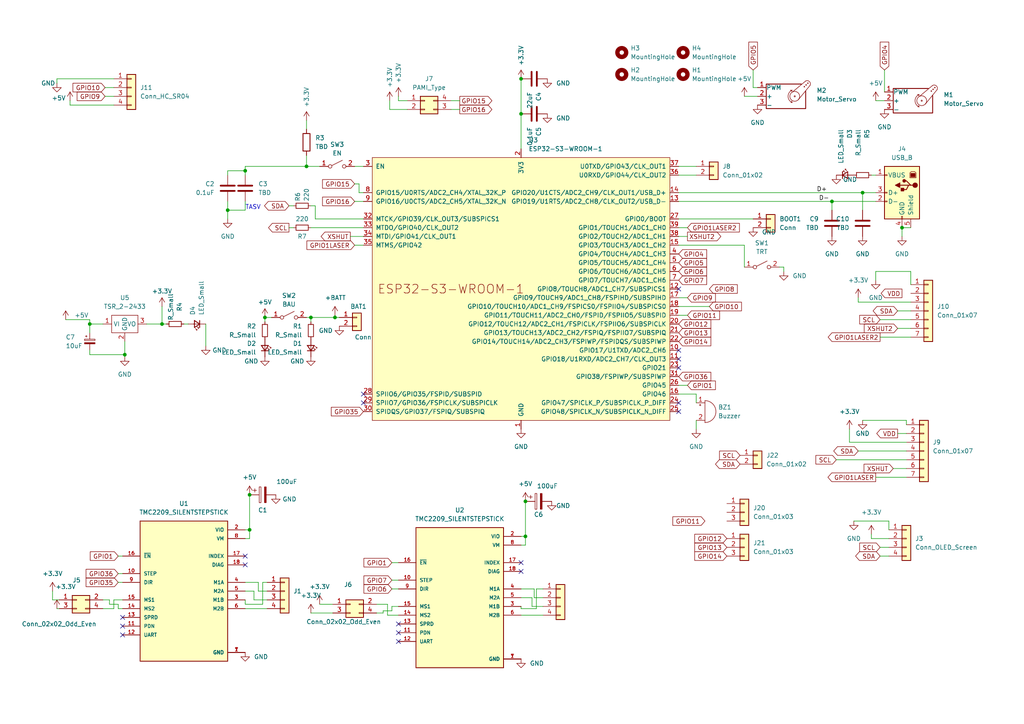
<source format=kicad_sch>
(kicad_sch (version 20231120) (generator "eeschema") (generator_version "8.0")
  (paper "A4")
  (lib_symbols
    (symbol "Connector:USB_B" (pin_names (offset 1.016))
      (property "Reference" "J" (at -5.08 11.43 0))
      (property "Value" "USB_B" (at -5.08 8.89 0))
      (symbol "USB_B_1_1"
        (pin power_out line (at 7.62 5.08 180) (length 2.54) (name "VBUS") (number "1"))
        (pin bidirectional line (at 7.62 -2.54 180) (length 2.54) (name "D-") (number "2"))
        (pin bidirectional line (at 7.62 0 180) (length 2.54) (name "D+") (number "3"))
        (pin power_out line (at 0 -10.16 90) (length 2.54) (name "GND") (number "4"))
        (pin passive line (at -2.54 -10.16 90) (length 2.54) (name "Shield") (number "5"))
      )
    )
    (symbol "Connector_Generic:Conn_01x02" (pin_names (offset 1.016) hide)
      (property "Reference" "J" (at 0 2.54 0))
      (property "Value" "Conn_01x02" (at 0 -5.08 0))
      (symbol "Conn_01x02_1_1"
        (pin passive line (at -5.08 0 0) (length 3.81) (name "Pin_1") (number "1"))
        (pin passive line (at -5.08 -2.54 0) (length 3.81) (name "Pin_2") (number "2"))
      )
    )
    (symbol "Connector_Generic:Conn_01x03" (pin_names (offset 1.016) hide)
      (property "Reference" "J" (at 0 5.08 0))
      (property "Value" "Conn_01x03" (at 0 -5.08 0))
      (symbol "Conn_01x03_1_1"
        (pin passive line (at -5.08 2.54 0) (length 3.81) (name "Pin_1") (number "1"))
        (pin passive line (at -5.08 0 0) (length 3.81) (name "Pin_2") (number "2"))
        (pin passive line (at -5.08 -2.54 0) (length 3.81) (name "Pin_3") (number "3"))
      )
    )
    (symbol "Connector_Generic:Conn_01x04" (pin_names (offset 1.016) hide)
      (property "Reference" "J" (at 0 5.08 0))
      (property "Value" "Conn_01x04" (at 0 -7.62 0))
      (symbol "Conn_01x04_1_1"
        (pin passive line (at -5.08 2.54 0) (length 3.81) (name "Pin_1") (number "1"))
        (pin passive line (at -5.08 0 0) (length 3.81) (name "Pin_2") (number "2"))
        (pin passive line (at -5.08 -2.54 0) (length 3.81) (name "Pin_3") (number "3"))
        (pin passive line (at -5.08 -5.08 0) (length 3.81) (name "Pin_4") (number "4"))
      )
    )
    (symbol "Connector_Generic:Conn_01x07" (pin_names (offset 1.016) hide)
      (property "Reference" "J" (at 0 10.16 0))
      (property "Value" "Conn_01x07" (at 0 -10.16 0))
      (symbol "Conn_01x07_1_1"
        (pin passive line (at -5.08 7.62 0) (length 3.81) (name "Pin_1") (number "1"))
        (pin passive line (at -5.08 5.08 0) (length 3.81) (name "Pin_2") (number "2"))
        (pin passive line (at -5.08 2.54 0) (length 3.81) (name "Pin_3") (number "3"))
        (pin passive line (at -5.08 0 0) (length 3.81) (name "Pin_4") (number "4"))
        (pin passive line (at -5.08 -2.54 0) (length 3.81) (name "Pin_5") (number "5"))
        (pin passive line (at -5.08 -5.08 0) (length 3.81) (name "Pin_6") (number "6"))
        (pin passive line (at -5.08 -7.62 0) (length 3.81) (name "Pin_7") (number "7"))
      )
    )
    (symbol "Connector_Generic:Conn_02x02_Counter_Clockwise" (pin_names (offset 1.016) hide)
      (property "Reference" "J" (at 1.27 2.54 0))
      (property "Value" "Conn_02x02_Counter_Clockwise" (at 1.27 -5.08 0))
      (symbol "Conn_02x02_Counter_Clockwise_1_1"
        (pin passive line (at -5.08 0 0) (length 3.81) (name "Pin_1") (number "1"))
        (pin passive line (at -5.08 -2.54 0) (length 3.81) (name "Pin_2") (number "2"))
        (pin passive line (at 7.62 -2.54 180) (length 3.81) (name "Pin_3") (number "3"))
        (pin passive line (at 7.62 0 180) (length 3.81) (name "Pin_4") (number "4"))
      )
    )
    (symbol "Connector_Generic:Conn_02x02_Odd_Even" (pin_names (offset 1.016) hide)
      (property "Reference" "J" (at 1.27 2.54 0))
      (property "Value" "Conn_02x02_Odd_Even" (at 1.27 -5.08 0))
      (symbol "Conn_02x02_Odd_Even_1_1"
        (pin passive line (at -5.08 0 0) (length 3.81) (name "Pin_1") (number "1"))
        (pin passive line (at 7.62 0 180) (length 3.81) (name "Pin_2") (number "2"))
        (pin passive line (at -5.08 -2.54 0) (length 3.81) (name "Pin_3") (number "3"))
        (pin passive line (at 7.62 -2.54 180) (length 3.81) (name "Pin_4") (number "4"))
      )
    )
    (symbol "Device:Buzzer" (pin_names (offset 0.0254) hide)
      (property "Reference" "BZ" (at 3.81 1.27 0))
      (property "Value" "Buzzer" (at 3.81 -1.27 0))
      (symbol "Buzzer_1_1"
        (pin passive line (at -2.54 2.54 0) (length 2.54) (name "+") (number "1"))
        (pin passive line (at -2.54 -2.54 0) (length 2.54) (name "-") (number "2"))
      )
    )
    (symbol "Device:C" (pin_numbers hide) (pin_names (offset 0.254))
      (property "Reference" "C" (at 0.635 2.54 0))
      (property "Value" "C" (at 0.635 -2.54 0))
      (symbol "C_1_1"
        (pin passive line (at 0 3.81 270) (length 2.794) (name "~") (number "1"))
        (pin passive line (at 0 -3.81 90) (length 2.794) (name "~") (number "2"))
      )
    )
    (symbol "Device:C_Polarized" (pin_numbers hide) (pin_names (offset 0.254))
      (property "Reference" "C" (at 0.635 2.54 0))
      (property "Value" "C_Polarized" (at 0.635 -2.54 0))
      (symbol "C_Polarized_1_1"
        (pin passive line (at 0 3.81 270) (length 2.794) (name "~") (number "1"))
        (pin passive line (at 0 -3.81 90) (length 2.794) (name "~") (number "2"))
      )
    )
    (symbol "Device:C_Polarized_Small" (pin_numbers hide) (pin_names (offset 0.254) hide)
      (property "Reference" "C" (at 0.254 1.778 0))
      (property "Value" "C_Polarized_Small" (at 0.254 -2.032 0))
      (symbol "C_Polarized_Small_1_1"
        (pin passive line (at 0 2.54 270) (length 1.8542) (name "~") (number "1"))
        (pin passive line (at 0 -2.54 90) (length 1.8542) (name "~") (number "2"))
      )
    )
    (symbol "Device:LED_Small" (pin_numbers hide) (pin_names (offset 0.254) hide)
      (property "Reference" "D" (at -1.27 3.175 0))
      (property "Value" "LED_Small" (at -4.445 -2.54 0))
      (symbol "LED_Small_1_1"
        (pin passive line (at -2.54 0 0) (length 1.778) (name "K") (number "1"))
        (pin passive line (at 2.54 0 180) (length 1.778) (name "A") (number "2"))
      )
    )
    (symbol "Device:R" (pin_numbers hide) (pin_names (offset 0))
      (property "Reference" "R3" (at 2.54 1.27 0))
      (property "Value" "TBD" (at 2.54 -1.27 0))
      (symbol "R_1_1"
        (pin passive line (at 0 3.81 270) (length 1.27) (name "~") (number "1"))
        (pin passive line (at 0 -3.81 90) (length 1.27) (name "~") (number "2"))
      )
    )
    (symbol "Device:R_Small" (pin_numbers hide) (pin_names (offset 0.254) hide)
      (property "Reference" "R5" (at -13.335 1.27 0))
      (property "Value" "R_Small" (at -13.335 -1.27 0))
      (symbol "R_Small_1_1"
        (pin passive line (at 0 2.54 270) (length 0.762) (name "~") (number "1"))
        (pin passive line (at 0 -2.54 90) (length 0.762) (name "~") (number "2"))
      )
    )
    (symbol "ESP32:ESP32-S3-WROOM-1" (pin_names (offset 1.016))
      (property "Reference" "U3" (at 2.1941 43.18 0))
      (property "Value" "ESP32-S3-WROOM-1" (at 2.1941 40.64 0))
      (symbol "ESP32-S3-WROOM-1_0_0"
        (text "ESP32-S3-WROOM-1" (at -20.32 0 0) (effects (font (size 2.54 2.54))))
        (pin power_in line (at 0 -40.64 90) (length 2.54) (name "GND") (number "1"))
        (pin bidirectional line (at 45.72 -17.78 180) (length 2.54) (name "GPIO17/U1TXD/ADC2_CH6") (number "10"))
        (pin bidirectional line (at 45.72 -20.32 180) (length 2.54) (name "GPIO18/U1RXD/ADC2_CH7/CLK_OUT3") (number "11"))
        (pin bidirectional line (at 45.72 0 180) (length 2.54) (name "GPIO8/TOUCH8/ADC1_CH7/SUBSPICS1") (number "12"))
        (pin bidirectional line (at 45.72 25.4 180) (length 2.54) (name "GPIO19/U1RTS/ADC2_CH8/CLK_OUT2/USB_D-") (number "13"))
        (pin bidirectional line (at 45.72 27.94 180) (length 2.54) (name "GPIO20/U1CTS/ADC2_CH9/CLK_OUT1/USB_D+") (number "14"))
        (pin bidirectional line (at 45.72 12.7 180) (length 2.54) (name "GPIO3/TOUCH3/ADC1_CH2") (number "15"))
        (pin bidirectional line (at 45.72 -30.48 180) (length 2.54) (name "GPIO46") (number "16"))
        (pin bidirectional line (at 45.72 -2.54 180) (length 2.54) (name "GPIO9/TOUCH9/ADC1_CH8/FSPIHD/SUBSPIHD") (number "17"))
        (pin bidirectional line (at 45.72 -5.08 180) (length 2.54) (name "GPIO10/TOUCH10/ADC1_CH9/FSPICS0/FSPIIO4/SUBSPICS0") (number "18"))
        (pin bidirectional line (at 45.72 -7.62 180) (length 2.54) (name "GPIO11/TOUCH11/ADC2_CH0/FSPID/FSPIIO5/SUBSPID") (number "19"))
        (pin power_in line (at 0 40.64 270) (length 2.54) (name "3V3") (number "2"))
        (pin bidirectional line (at 45.72 -10.16 180) (length 2.54) (name "GPIO12/TOUCH12/ADC2_CH1/FSPICLK/FSPIIO6/SUBSPICLK") (number "20"))
        (pin bidirectional line (at 45.72 -12.7 180) (length 2.54) (name "GPIO13/TOUCH13/ADC2_CH2/FSPIQ/FSPIIO7/SUBSPIQ") (number "21"))
        (pin bidirectional line (at 45.72 -15.24 180) (length 2.54) (name "GPIO14/TOUCH14/ADC2_CH3/FSPIWP/FSPIDQS/SUBSPIWP") (number "22"))
        (pin bidirectional line (at 45.72 -22.86 180) (length 2.54) (name "GPIO21") (number "23"))
        (pin bidirectional line (at 45.72 -33.02 180) (length 2.54) (name "GPIO47/SPICLK_P/SUBSPICLK_P_DIFF") (number "24"))
        (pin bidirectional line (at 45.72 -35.56 180) (length 2.54) (name "GPIO48/SPICLK_N/SUBSPICLK_N_DIFF") (number "25"))
        (pin bidirectional line (at 45.72 -27.94 180) (length 2.54) (name "GPIO45") (number "26"))
        (pin bidirectional line (at 45.72 20.32 180) (length 2.54) (name "GPIO0/BOOT") (number "27"))
        (pin bidirectional line (at -45.72 -30.48 0) (length 2.54) (name "SPIIO6/GPIO35/FSPID/SUBSPID") (number "28"))
        (pin bidirectional line (at -45.72 -33.02 0) (length 2.54) (name "SPIIO7/GPIO36/FSPICLK/SUBSPICLK") (number "29"))
        (pin input line (at -45.72 35.56 0) (length 2.54) (name "EN") (number "3"))
        (pin bidirectional line (at -45.72 -35.56 0) (length 2.54) (name "SPIDQS/GPIO37/FSPIQ/SUBSPIQ") (number "30"))
        (pin bidirectional line (at 45.72 -25.4 180) (length 2.54) (name "GPIO38/FSPIWP/SUBSPIWP") (number "31"))
        (pin bidirectional line (at -45.72 20.32 0) (length 2.54) (name "MTCK/GPIO39/CLK_OUT3/SUBSPICS1") (number "32"))
        (pin bidirectional line (at -45.72 17.78 0) (length 2.54) (name "MTDO/GPIO40/CLK_OUT2") (number "33"))
        (pin bidirectional line (at -45.72 15.24 0) (length 2.54) (name "MTDI/GPIO41/CLK_OUT1") (number "34"))
        (pin bidirectional line (at -45.72 12.7 0) (length 2.54) (name "MTMS/GPIO42") (number "35"))
        (pin bidirectional line (at 45.72 33.02 180) (length 2.54) (name "U0RXD/GPIO44/CLK_OUT2") (number "36"))
        (pin bidirectional line (at 45.72 35.56 180) (length 2.54) (name "U0TXD/GPIO43/CLK_OUT1") (number "37"))
        (pin bidirectional line (at 45.72 15.24 180) (length 2.54) (name "GPIO2/TOUCH2/ADC1_CH1") (number "38"))
        (pin bidirectional line (at 45.72 17.78 180) (length 2.54) (name "GPIO1/TOUCH1/ADC1_CH0") (number "39"))
        (pin bidirectional line (at 45.72 10.16 180) (length 2.54) (name "GPIO4/TOUCH4/ADC1_CH3") (number "4"))
        (pin passive line (at 0 -40.64 90) (length 2.54) hide (name "GND") (number "40"))
        (pin passive line (at 0 -40.64 90) (length 2.54) hide (name "GND") (number "41"))
        (pin bidirectional line (at 45.72 7.62 180) (length 2.54) (name "GPIO5/TOUCH5/ADC1_CH4") (number "5"))
        (pin bidirectional line (at 45.72 5.08 180) (length 2.54) (name "GPIO6/TOUCH6/ADC1_CH5") (number "6"))
        (pin bidirectional line (at 45.72 2.54 180) (length 2.54) (name "GPIO7/TOUCH7/ADC1_CH6") (number "7"))
        (pin bidirectional line (at -45.72 27.94 0) (length 2.54) (name "GPIO15/U0RTS/ADC2_CH4/XTAL_32K_P") (number "8"))
        (pin bidirectional line (at -45.72 25.4 0) (length 2.54) (name "GPIO16/U0CTS/ADC2_CH5/XTAL_32K_N") (number "9"))
      )
    )
    (symbol "Mechanical:MountingHole" (pin_names (offset 1.016))
      (property "Reference" "H" (at 0 5.08 0))
      (property "Value" "MountingHole" (at 0 3.175 0))
    )
    (symbol "Motor:Motor_Servo" (pin_names (offset 0.0254))
      (property "Reference" "M" (at -5.08 4.445 0))
      (property "Value" "Motor_Servo" (at -5.08 -4.064 0))
      (symbol "Motor_Servo_1_1"
        (pin passive line (at -7.62 2.54 0) (length 2.54) (name "PWM") (number "1"))
        (pin passive line (at -7.62 0 0) (length 2.54) (name "+") (number "2"))
        (pin passive line (at -7.62 -2.54 0) (length 2.54) (name "-") (number "3"))
      )
    )
    (symbol "R_Small_1" (pin_numbers hide) (pin_names (offset 0.254) hide)
      (property "Reference" "R4" (at -13.335 1.27 0))
      (property "Value" "R_Small" (at -13.335 -1.27 0))
      (symbol "R_Small_1_1_1"
        (pin passive line (at 0 2.54 270) (length 0.762) (name "~") (number "1"))
        (pin passive line (at 0 -2.54 90) (length 0.762) (name "~") (number "2"))
      )
    )
    (symbol "R_Small_2" (pin_numbers hide) (pin_names (offset 0.254) hide)
      (property "Reference" "R2" (at 2.54 1.27 0))
      (property "Value" "R_Small" (at 2.54 -1.27 0))
      (symbol "R_Small_2_1_1"
        (pin passive line (at 0 2.54 270) (length 0.762) (name "~") (number "1"))
        (pin passive line (at 0 -2.54 90) (length 0.762) (name "~") (number "2"))
      )
    )
    (symbol "R_Small_3" (pin_numbers hide) (pin_names (offset 0.254) hide)
      (property "Reference" "R1" (at 2.54 1.27 0))
      (property "Value" "R_Small" (at 2.54 -1.27 0))
      (symbol "R_Small_3_1_1"
        (pin passive line (at 0 2.54 270) (length 0.762) (name "~") (number "1"))
        (pin passive line (at 0 -2.54 90) (length 0.762) (name "~") (number "2"))
      )
    )
    (symbol "R_Small_4" (pin_numbers hide) (pin_names (offset 0.254) hide)
      (property "Reference" "R" (at 0.762 0.508 0))
      (property "Value" "R_Small" (at 0.762 -1.016 0))
      (symbol "R_Small_4_1_1"
        (pin passive line (at 0 2.54 270) (length 0.762) (name "~") (number "1"))
        (pin passive line (at 0 -2.54 90) (length 0.762) (name "~") (number "2"))
      )
    )
    (symbol "R_Small_6" (pin_numbers hide) (pin_names (offset 0.254) hide)
      (property "Reference" "R" (at 0.762 0.508 0))
      (property "Value" "R_Small" (at 0.762 -1.016 0))
      (symbol "R_Small_6_1_1"
        (pin passive line (at 0 2.54 270) (length 0.762) (name "~") (number "1"))
        (pin passive line (at 0 -2.54 90) (length 0.762) (name "~") (number "2"))
      )
    )
    (symbol "Switch:SW_SPST" (pin_names (offset 0) hide)
      (property "Reference" "SW" (at 0 3.175 0))
      (property "Value" "SW_SPST" (at 0 -2.54 0))
      (symbol "SW_SPST_1_1"
        (pin passive line (at -5.08 0 0) (length 2.54) (name "A") (number "1"))
        (pin passive line (at 5.08 0 180) (length 2.54) (name "B") (number "2"))
      )
    )
    (symbol "TMC2209:TMC2209_SILENTSTEPSTICK" (pin_names (offset 1.016))
      (property "Reference" "U" (at -12.7 22.86 0))
      (property "Value" "TMC2209_SILENTSTEPSTICK" (at -12.7 -22.86 0))
      (symbol "TMC2209_SILENTSTEPSTICK_0_0"
        (pin power_in line (at 17.78 -17.78 180) (length 5.08) (name "GND") (number "1"))
        (pin input line (at -17.78 5.08 0) (length 5.08) (name "STEP") (number "10"))
        (pin bidirectional line (at -17.78 -10.16 0) (length 5.08) (name "PDN") (number "11"))
        (pin bidirectional line (at -17.78 -12.7 0) (length 5.08) (name "UART") (number "12"))
        (pin input line (at -17.78 -7.62 0) (length 5.08) (name "SPRD") (number "13"))
        (pin input line (at -17.78 -5.08 0) (length 5.08) (name "MS2") (number "14"))
        (pin input line (at -17.78 -2.54 0) (length 5.08) (name "MS1") (number "15"))
        (pin input line (at -17.78 10.16 0) (length 5.08) (name "~{EN}") (number "16"))
        (pin output line (at 17.78 10.16 180) (length 5.08) (name "INDEX") (number "17"))
        (pin output line (at 17.78 7.62 180) (length 5.08) (name "DIAG") (number "18"))
        (pin power_in line (at 17.78 17.78 180) (length 5.08) (name "VIO") (number "2"))
        (pin output line (at 17.78 -2.54 180) (length 5.08) (name "M1B") (number "3"))
        (pin output line (at 17.78 2.54 180) (length 5.08) (name "M1A") (number "4"))
        (pin output line (at 17.78 0 180) (length 5.08) (name "M2A") (number "5"))
        (pin output line (at 17.78 -5.08 180) (length 5.08) (name "M2B") (number "6"))
        (pin power_in line (at 17.78 -17.78 180) (length 5.08) (name "GND") (number "7"))
        (pin power_in line (at 17.78 15.24 180) (length 5.08) (name "VM") (number "8"))
        (pin input line (at -17.78 2.54 0) (length 5.08) (name "DIR") (number "9"))
      )
    )
    (symbol "power:+3.3V" (power) (pin_names (offset 0))
      (property "Value" "+3.3V" (at 0 3.556 0))
      (symbol "+3.3V_1_1"
        (pin power_in line (at 0 0 90) (length 0) hide (name "+3.3V") (number "1"))
      )
    )
    (symbol "power:+5V" (power) (pin_names (offset 0))
      (property "Value" "+5V" (at 0 3.556 0))
      (symbol "+5V_1_1"
        (pin power_in line (at 0 0 90) (length 0) hide (name "+5V") (number "1"))
      )
    )
    (symbol "power:+BATT" (power) (pin_names (offset 0))
      (property "Value" "+BATT" (at 0 3.556 0))
      (symbol "+BATT_1_1"
        (pin power_in line (at 0 0 90) (length 0) hide (name "+BATT") (number "1"))
      )
    )
    (symbol "power:GND" (power) (pin_names (offset 0))
      (property "Value" "GND" (at 0 -3.81 0))
      (symbol "GND_1_1"
        (pin power_in line (at 0 0 270) (length 0) hide (name "GND") (number "1"))
      )
    )
    (symbol "traco:TSR_2-2433"
      (property "Reference" "U" (at 0 5.08 0))
      (property "Value" "TSR_2-2433" (at 0 3.81 0))
      (symbol "TSR_2-2433_1_1"
        (pin free line (at -6.35 0 0) (length 2.54) (name "VI") (number "1"))
        (pin free line (at 0 -5.08 90) (length 2.54) (name "GND") (number "2"))
        (pin free line (at 6.35 0 180) (length 2.54) (name "VO") (number "3"))
      )
    )
  )
  (junction (at 76.835 92.075))
  (junction (at 152.4 145.415))
  (junction (at 241.3 58.42))
  (junction (at 151.13 33.02))
  (junction (at 72.39 143.51))
  (junction (at 72.39 153.67))
  (junction (at 90.17 92.075))
  (junction (at 46.99 93.98))
  (junction (at 261.62 66.04))
  (junction (at 71.12 49.53))
  (junction (at 152.4 155.575))
  (junction (at 66.04 60.96))
  (junction (at 97.155 92.075))
  (junction (at 88.9 48.26))
  (junction (at 36.195 102.87))
  (junction (at 250.19 55.88))
  (junction (at 26.035 93.98))
  (junction (at 151.13 22.86))
  (no_connect (at 71.12 161.29))
  (no_connect (at 115.57 183.515))
  (no_connect (at 196.85 106.68))
  (no_connect (at 115.57 186.055))
  (no_connect (at 115.57 180.975))
  (no_connect (at 196.85 116.84))
  (no_connect (at 35.56 179.07))
  (no_connect (at 35.56 184.15))
  (no_connect (at 151.13 163.195))
  (no_connect (at 196.85 101.6))
  (no_connect (at 196.85 104.14))
  (no_connect (at 105.41 116.84))
  (no_connect (at 196.85 119.38))
  (no_connect (at 71.12 163.83))
  (no_connect (at 196.85 83.82))
  (no_connect (at 35.56 181.61))
  (no_connect (at 151.13 165.735))
  (no_connect (at 105.41 114.3))
  (wire (pts (xy 130.81 31.75) (xy 133.35 31.75)))
  (wire (pts (xy 72.39 153.67) (xy 71.12 153.67)))
  (wire (pts (xy 152.4 155.575) (xy 151.13 155.575)))
  (wire (pts (xy 98.425 92.075) (xy 97.155 92.075)))
  (wire (pts (xy 74.93 171.45) (xy 74.93 168.91)))
  (wire (pts (xy 248.92 87.63) (xy 264.16 87.63)))
  (wire (pts (xy 112.395 178.435) (xy 115.57 178.435)))
  (wire (pts (xy 113.03 29.21) (xy 113.03 31.75)))
  (wire (pts (xy 254 138.43) (xy 262.89 138.43)))
  (wire (pts (xy 246.38 128.27) (xy 262.89 128.27)))
  (wire (pts (xy 151.13 158.115) (xy 152.4 158.115)))
  (wire (pts (xy 26.035 102.87) (xy 36.195 102.87)))
  (wire (pts (xy 34.29 176.53) (xy 35.56 176.53)))
  (wire (pts (xy 66.04 58.42) (xy 66.04 60.96)))
  (wire (pts (xy 92.71 175.26) (xy 96.52 175.26)))
  (wire (pts (xy 16.51 176.53) (xy 17.145 176.53)))
  (wire (pts (xy 31.75 175.26) (xy 34.29 175.26)))
  (wire (pts (xy 154.94 173.355) (xy 154.94 170.815)))
  (wire (pts (xy 196.85 66.04) (xy 199.39 66.04)))
  (wire (pts (xy 252.73 156.21) (xy 257.81 156.21)))
  (wire (pts (xy 36.195 99.06) (xy 36.195 102.87)))
  (wire (pts (xy 71.12 60.96) (xy 66.04 60.96)))
  (wire (pts (xy 102.87 48.26) (xy 105.41 48.26)))
  (wire (pts (xy 77.47 173.99) (xy 73.66 173.99)))
  (wire (pts (xy 72.39 156.21) (xy 72.39 153.67)))
  (wire (pts (xy 33.02 176.53) (xy 33.02 173.99)))
  (wire (pts (xy 151.13 22.86) (xy 151.13 33.02)))
  (wire (pts (xy 33.02 173.99) (xy 35.56 173.99)))
  (wire (pts (xy 255.27 92.71) (xy 264.16 92.71)))
  (wire (pts (xy 34.29 168.91) (xy 35.56 168.91)))
  (wire (pts (xy 248.92 86.36) (xy 248.92 87.63)))
  (wire (pts (xy 71.12 156.21) (xy 72.39 156.21)))
  (wire (pts (xy 91.44 63.5) (xy 105.41 63.5)))
  (wire (pts (xy 113.665 168.275) (xy 115.57 168.275)))
  (wire (pts (xy 154.305 173.355) (xy 151.13 173.355)))
  (wire (pts (xy 59.69 100.33) (xy 59.69 93.98)))
  (wire (pts (xy 88.9 45.085) (xy 88.9 48.26)))
  (wire (pts (xy 15.24 173.99) (xy 17.145 173.99)))
  (wire (pts (xy 256.54 26.67) (xy 256.54 20.32)))
  (wire (pts (xy 76.2 175.26) (xy 71.12 175.26)))
  (wire (pts (xy 260.35 90.17) (xy 264.16 90.17)))
  (wire (pts (xy 252.73 156.21) (xy 252.73 154.94)))
  (wire (pts (xy 111.125 177.165) (xy 113.665 177.165)))
  (wire (pts (xy 152.4 145.415) (xy 152.4 155.575)))
  (wire (pts (xy 261.62 66.04) (xy 261.62 68.58)))
  (wire (pts (xy 77.47 168.91) (xy 76.2 168.91)))
  (wire (pts (xy 196.85 114.3) (xy 201.93 114.3)))
  (wire (pts (xy 26.035 93.98) (xy 26.035 96.52)))
  (wire (pts (xy 46.99 93.98) (xy 48.26 93.98)))
  (wire (pts (xy 112.395 175.26) (xy 112.395 178.435)))
  (wire (pts (xy 255.27 158.75) (xy 257.81 158.75)))
  (wire (pts (xy 151.13 178.435) (xy 157.48 178.435)))
  (wire (pts (xy 102.87 58.42) (xy 105.41 58.42)))
  (wire (pts (xy 73.66 173.99) (xy 73.66 171.45)))
  (wire (pts (xy 20.32 30.48) (xy 20.32 29.21)))
  (wire (pts (xy 151.13 33.02) (xy 151.13 43.18)))
  (wire (pts (xy 111.125 177.8) (xy 111.125 177.165)))
  (wire (pts (xy 157.48 175.895) (xy 154.305 175.895)))
  (wire (pts (xy 154.94 170.815) (xy 151.13 170.815)))
  (wire (pts (xy 34.29 166.37) (xy 35.56 166.37)))
  (wire (pts (xy 264.16 78.74) (xy 264.16 82.55)))
  (wire (pts (xy 90.17 177.8) (xy 96.52 177.8)))
  (wire (pts (xy 227.33 78.74) (xy 227.33 77.47)))
  (wire (pts (xy 241.3 58.42) (xy 241.3 60.96)))
  (wire (pts (xy 104.14 55.88) (xy 105.41 55.88)))
  (wire (pts (xy 250.19 55.88) (xy 250.19 60.96)))
  (wire (pts (xy 115.57 29.21) (xy 115.57 27.94)))
  (wire (pts (xy 154.305 175.895) (xy 154.305 173.355)))
  (wire (pts (xy 78.74 92.075) (xy 76.835 92.075)))
  (wire (pts (xy 250.19 55.88) (xy 254 55.88)))
  (wire (pts (xy 101.6 68.58) (xy 105.41 68.58)))
  (wire (pts (xy 113.665 163.195) (xy 115.57 163.195)))
  (wire (pts (xy 16.51 24.13) (xy 16.51 22.86)))
  (wire (pts (xy 196.85 86.36) (xy 199.39 86.36)))
  (wire (pts (xy 254 29.21) (xy 256.54 29.21)))
  (wire (pts (xy 218.44 20.32) (xy 218.44 25.4)))
  (wire (pts (xy 97.155 92.075) (xy 90.17 92.075)))
  (wire (pts (xy 71.12 58.42) (xy 71.12 60.96)))
  (wire (pts (xy 196.85 58.42) (xy 241.3 58.42)))
  (wire (pts (xy 15.24 171.45) (xy 15.24 173.99)))
  (wire (pts (xy 34.29 175.26) (xy 34.29 176.53)))
  (wire (pts (xy 16.51 22.86) (xy 33.02 22.86)))
  (wire (pts (xy 88.9 48.26) (xy 92.71 48.26)))
  (wire (pts (xy 76.2 168.91) (xy 76.2 175.26)))
  (wire (pts (xy 71.12 176.53) (xy 77.47 176.53)))
  (wire (pts (xy 118.11 29.21) (xy 115.57 29.21)))
  (wire (pts (xy 31.75 173.99) (xy 31.75 175.26)))
  (wire (pts (xy 104.14 55.88) (xy 104.14 53.34)))
  (wire (pts (xy 157.48 173.355) (xy 154.94 173.355)))
  (wire (pts (xy 71.12 49.53) (xy 66.04 49.53)))
  (wire (pts (xy 30.48 25.4) (xy 33.02 25.4)))
  (wire (pts (xy 262.89 123.19) (xy 262.89 121.92)))
  (wire (pts (xy 90.17 92.075) (xy 90.17 93.345)))
  (wire (pts (xy 71.12 171.45) (xy 73.66 171.45)))
  (wire (pts (xy 242.57 133.35) (xy 262.89 133.35)))
  (wire (pts (xy 104.14 53.34) (xy 102.87 53.34)))
  (wire (pts (xy 196.85 48.26) (xy 201.93 48.26)))
  (wire (pts (xy 46.99 88.9) (xy 46.99 93.98)))
  (wire (pts (xy 102.87 71.12) (xy 105.41 71.12)))
  (wire (pts (xy 26.035 93.98) (xy 29.845 93.98)))
  (wire (pts (xy 77.47 171.45) (xy 74.93 171.45)))
  (wire (pts (xy 226.06 77.47) (xy 227.33 77.47)))
  (wire (pts (xy 83.82 59.69) (xy 85.09 59.69)))
  (wire (pts (xy 255.27 161.29) (xy 257.81 161.29)))
  (wire (pts (xy 113.665 177.165) (xy 113.665 175.895)))
  (wire (pts (xy 113.665 170.815) (xy 115.57 170.815)))
  (wire (pts (xy 157.48 170.815) (xy 155.575 170.815)))
  (wire (pts (xy 90.17 66.04) (xy 105.41 66.04)))
  (wire (pts (xy 71.12 168.91) (xy 74.93 168.91)))
  (wire (pts (xy 257.81 151.13) (xy 257.81 153.67)))
  (wire (pts (xy 255.27 97.79) (xy 264.16 97.79)))
  (wire (pts (xy 259.08 135.89) (xy 262.89 135.89)))
  (wire (pts (xy 42.545 93.98) (xy 46.99 93.98)))
  (wire (pts (xy 113.665 175.895) (xy 115.57 175.895)))
  (wire (pts (xy 201.93 121.92) (xy 201.93 124.46)))
  (wire (pts (xy 90.17 92.075) (xy 88.9 92.075)))
  (wire (pts (xy 201.93 114.3) (xy 201.93 116.84)))
  (wire (pts (xy 71.12 50.8) (xy 71.12 49.53)))
  (wire (pts (xy 109.22 177.8) (xy 111.125 177.8)))
  (wire (pts (xy 215.9 27.94) (xy 219.71 27.94)))
  (wire (pts (xy 88.9 34.925) (xy 88.9 37.465)))
  (wire (pts (xy 83.82 66.04) (xy 85.09 66.04)))
  (wire (pts (xy 155.575 176.53) (xy 151.13 176.53)))
  (wire (pts (xy 33.02 30.48) (xy 20.32 30.48)))
  (wire (pts (xy 97.155 91.44) (xy 97.155 92.075)))
  (wire (pts (xy 196.85 71.12) (xy 215.9 71.12)))
  (wire (pts (xy 36.195 103.505) (xy 36.195 102.87)))
  (wire (pts (xy 34.29 161.29) (xy 35.56 161.29)))
  (wire (pts (xy 72.39 143.51) (xy 72.39 153.67)))
  (wire (pts (xy 254 78.74) (xy 264.16 78.74)))
  (wire (pts (xy 196.85 111.76) (xy 199.39 111.76)))
  (wire (pts (xy 252.73 50.8) (xy 254 50.8)))
  (wire (pts (xy 247.65 151.13) (xy 257.81 151.13)))
  (wire (pts (xy 133.35 29.21) (xy 130.81 29.21)))
  (wire (pts (xy 30.48 27.94) (xy 33.02 27.94)))
  (wire (pts (xy 109.22 175.26) (xy 112.395 175.26)))
  (wire (pts (xy 151.13 176.53) (xy 151.13 175.895)))
  (wire (pts (xy 26.035 92.71) (xy 26.035 93.98)))
  (wire (pts (xy 219.71 25.4) (xy 218.44 25.4)))
  (wire (pts (xy 260.35 95.25) (xy 264.16 95.25)))
  (wire (pts (xy 248.92 130.81) (xy 262.89 130.81)))
  (wire (pts (xy 260.35 125.73) (xy 262.89 125.73)))
  (wire (pts (xy 196.85 68.58) (xy 199.39 68.58)))
  (wire (pts (xy 26.035 101.6) (xy 26.035 102.87)))
  (wire (pts (xy 91.44 63.5) (xy 91.44 59.69)))
  (wire (pts (xy 196.85 50.8) (xy 201.93 50.8)))
  (wire (pts (xy 19.05 92.71) (xy 26.035 92.71)))
  (wire (pts (xy 71.12 175.26) (xy 71.12 173.99)))
  (wire (pts (xy 196.85 91.44) (xy 199.39 91.44)))
  (wire (pts (xy 152.4 158.115) (xy 152.4 155.575)))
  (wire (pts (xy 246.38 128.27) (xy 246.38 124.46)))
  (wire (pts (xy 88.9 48.26) (xy 71.12 48.26)))
  (wire (pts (xy 29.845 173.99) (xy 31.75 173.99)))
  (wire (pts (xy 241.3 58.42) (xy 254 58.42)))
  (wire (pts (xy 215.9 71.12) (xy 215.9 77.47)))
  (wire (pts (xy 76.835 93.345) (xy 76.835 92.075)))
  (wire (pts (xy 196.85 63.5) (xy 218.44 63.5)))
  (wire (pts (xy 29.845 176.53) (xy 33.02 176.53)))
  (wire (pts (xy 91.44 59.69) (xy 90.17 59.69)))
  (wire (pts (xy 254 78.74) (xy 254 81.28)))
  (wire (pts (xy 155.575 170.815) (xy 155.575 176.53)))
  (wire (pts (xy 66.04 49.53) (xy 66.04 50.8)))
  (wire (pts (xy 66.04 63.5) (xy 66.04 60.96)))
  (wire (pts (xy 71.12 48.26) (xy 71.12 49.53)))
  (wire (pts (xy 113.03 31.75) (xy 118.11 31.75)))
  (wire (pts (xy 53.34 93.98) (xy 54.61 93.98)))
  (wire (pts (xy 196.85 88.9) (xy 205.74 88.9)))
  (wire (pts (xy 196.85 55.88) (xy 250.19 55.88)))
  (wire (pts (xy 261.62 66.04) (xy 264.16 66.04)))
  (wire (pts (xy 262.89 121.92) (xy 250.19 121.92)))
  (text "TASV" (at 71.12 60.96 0) (effects (font (size 1.27 1.27)) (justify left bottom)))
  (label "D-" (at 237.49 58.42 0))
  (label "D+" (at 236.855 55.88 0))
  (global_label "GPIO11" (shape input) (at 204.47 151.13 180) (property "Intersheetrefs" "${INTERSHEET_REFS}" (effects (hide yes))))
  (global_label "GPIO35" (shape input) (at 34.29 168.91 180) (property "Intersheetrefs" "${INTERSHEET_REFS}" (effects (hide yes))))
  (global_label "GPIO36" (shape input) (at 34.29 166.37 180) (property "Intersheetrefs" "${INTERSHEET_REFS}" (effects (hide yes))))
  (global_label "SCL" (shape input) (at 214.63 132.08 180) (property "Intersheetrefs" "${INTERSHEET_REFS}" (effects (hide yes))))
  (global_label "GPIO5" (shape input) (at 218.44 20.32 90) (property "Intersheetrefs" "${INTERSHEET_REFS}" (effects (hide yes))))
  (global_label "GPIO1" (shape input) (at 113.665 163.195 180) (property "Intersheetrefs" "${INTERSHEET_REFS}" (effects (hide yes))))
  (global_label "XSHUT" (shape output) (at 101.6 68.58 180) (property "Intersheetrefs" "${INTERSHEET_REFS}" (effects (hide yes))))
  (global_label "SDA" (shape bidirectional) (at 255.27 161.29 180) (property "Intersheetrefs" "${INTERSHEET_REFS}" (effects (hide yes))))
  (global_label "GPIO6" (shape input) (at 113.665 170.815 180) (property "Intersheetrefs" "${INTERSHEET_REFS}" (effects (hide yes))))
  (global_label "SDA" (shape bidirectional) (at 214.63 134.62 180) (property "Intersheetrefs" "${INTERSHEET_REFS}" (effects (hide yes))))
  (global_label "GPIO14" (shape input) (at 210.82 161.29 180) (property "Intersheetrefs" "${INTERSHEET_REFS}" (effects (hide yes))))
  (global_label "GPIO4" (shape input) (at 256.54 20.32 90) (property "Intersheetrefs" "${INTERSHEET_REFS}" (effects (hide yes))))
  (global_label "VDD" (shape output) (at 261.62 85.09 180) (property "Intersheetrefs" "${INTERSHEET_REFS}" (effects (hide yes))))
  (global_label "XSHUT2" (shape input) (at 260.35 95.25 180) (property "Intersheetrefs" "${INTERSHEET_REFS}" (effects (hide yes))))
  (global_label "GPIO9" (shape input) (at 199.39 86.36 0) (property "Intersheetrefs" "${INTERSHEET_REFS}" (effects (hide yes))))
  (global_label "GPIO11" (shape input) (at 199.39 91.44 0) (property "Intersheetrefs" "${INTERSHEET_REFS}" (effects (hide yes))))
  (global_label "GPIO12" (shape input) (at 210.82 156.21 180) (property "Intersheetrefs" "${INTERSHEET_REFS}" (effects (hide yes))))
  (global_label "GPIO35" (shape input) (at 105.41 119.38 180) (property "Intersheetrefs" "${INTERSHEET_REFS}" (effects (hide yes))))
  (global_label "GPIO1LASER2" (shape output) (at 255.27 97.79 180) (property "Intersheetrefs" "${INTERSHEET_REFS}" (effects (hide yes))))
  (global_label "GPIO9" (shape input) (at 30.48 27.94 180) (property "Intersheetrefs" "${INTERSHEET_REFS}" (effects (hide yes))))
  (global_label "GPIO36" (shape input) (at 196.85 109.22 0) (property "Intersheetrefs" "${INTERSHEET_REFS}" (effects (hide yes))))
  (global_label "GPIO5" (shape input) (at 196.85 76.2 0) (property "Intersheetrefs" "${INTERSHEET_REFS}" (effects (hide yes))))
  (global_label "SDA" (shape bidirectional) (at 260.35 90.17 180) (property "Intersheetrefs" "${INTERSHEET_REFS}" (effects (hide yes))))
  (global_label "GPIO4" (shape input) (at 196.85 73.66 0) (property "Intersheetrefs" "${INTERSHEET_REFS}" (effects (hide yes))))
  (global_label "GPIO10" (shape input) (at 205.74 88.9 0) (property "Intersheetrefs" "${INTERSHEET_REFS}" (effects (hide yes))))
  (global_label "XSHUT2" (shape output) (at 199.39 68.58 0) (property "Intersheetrefs" "${INTERSHEET_REFS}" (effects (hide yes))))
  (global_label "SDA" (shape bidirectional) (at 83.82 59.69 180) (property "Intersheetrefs" "${INTERSHEET_REFS}" (effects (hide yes))))
  (global_label "SDA" (shape bidirectional) (at 248.92 130.81 180) (property "Intersheetrefs" "${INTERSHEET_REFS}" (effects (hide yes))))
  (global_label "GPIO16" (shape output) (at 133.35 31.75 0) (property "Intersheetrefs" "${INTERSHEET_REFS}" (effects (hide yes))))
  (global_label "GPIO10" (shape input) (at 30.48 25.4 180) (property "Intersheetrefs" "${INTERSHEET_REFS}" (effects (hide yes))))
  (global_label "GPIO1LASER" (shape output) (at 254 138.43 180) (property "Intersheetrefs" "${INTERSHEET_REFS}" (effects (hide yes))))
  (global_label "GPIO8" (shape input) (at 205.74 83.82 0) (property "Intersheetrefs" "${INTERSHEET_REFS}" (effects (hide yes))))
  (global_label "GPIO13" (shape input) (at 196.85 96.52 0) (property "Intersheetrefs" "${INTERSHEET_REFS}" (effects (hide yes))))
  (global_label "VDD" (shape output) (at 260.35 125.73 180) (property "Intersheetrefs" "${INTERSHEET_REFS}" (effects (hide yes))))
  (global_label "SCL" (shape output) (at 83.82 66.04 180) (property "Intersheetrefs" "${INTERSHEET_REFS}" (effects (hide yes))))
  (global_label "GPIO14" (shape input) (at 196.85 99.06 0) (property "Intersheetrefs" "${INTERSHEET_REFS}" (effects (hide yes))))
  (global_label "GPIO6" (shape input) (at 196.85 78.74 0) (property "Intersheetrefs" "${INTERSHEET_REFS}" (effects (hide yes))))
  (global_label "GPIO7" (shape input) (at 196.85 81.28 0) (property "Intersheetrefs" "${INTERSHEET_REFS}" (effects (hide yes))))
  (global_label "XSHUT" (shape input) (at 259.08 135.89 180) (property "Intersheetrefs" "${INTERSHEET_REFS}" (effects (hide yes))))
  (global_label "SCL" (shape input) (at 255.27 158.75 180) (property "Intersheetrefs" "${INTERSHEET_REFS}" (effects (hide yes))))
  (global_label "GPIO13" (shape input) (at 210.82 158.75 180) (property "Intersheetrefs" "${INTERSHEET_REFS}" (effects (hide yes))))
  (global_label "GPIO1LASER" (shape input) (at 102.87 71.12 180) (property "Intersheetrefs" "${INTERSHEET_REFS}" (effects (hide yes))))
  (global_label "SCL" (shape input) (at 255.27 92.71 180) (property "Intersheetrefs" "${INTERSHEET_REFS}" (effects (hide yes))))
  (global_label "GPIO16" (shape input) (at 102.87 58.42 180) (property "Intersheetrefs" "${INTERSHEET_REFS}" (effects (hide yes))))
  (global_label "GPIO1" (shape input) (at 34.29 161.29 180) (property "Intersheetrefs" "${INTERSHEET_REFS}" (effects (hide yes))))
  (global_label "GPIO1" (shape input) (at 199.39 111.76 0) (property "Intersheetrefs" "${INTERSHEET_REFS}" (effects (hide yes))))
  (global_label "GPIO15" (shape output) (at 133.35 29.21 0) (property "Intersheetrefs" "${INTERSHEET_REFS}" (effects (hide yes))))
  (global_label "SCL" (shape input) (at 242.57 133.35 180) (property "Intersheetrefs" "${INTERSHEET_REFS}" (effects (hide yes))))
  (global_label "GPIO7" (shape input) (at 113.665 168.275 180) (property "Intersheetrefs" "${INTERSHEET_REFS}" (effects (hide yes))))
  (global_label "GPIO1LASER2" (shape input) (at 199.39 66.04 0) (property "Intersheetrefs" "${INTERSHEET_REFS}" (effects (hide yes))))
  (global_label "GPIO15" (shape input) (at 102.87 53.34 180) (property "Intersheetrefs" "${INTERSHEET_REFS}" (effects (hide yes))))
  (global_label "GPIO12" (shape input) (at 196.85 93.98 0) (property "Intersheetrefs" "${INTERSHEET_REFS}" (effects (hide yes))))
  (symbol (lib_id "power:GND") (at 90.17 103.505 0) (unit 1)
    (property "Reference" "#PWR05" (effects (hide yes)))
    (property "Value" "GND" (at 88.265 104.775 0) (effects (justify right)))
  )
  (symbol (lib_id "power:+5V") (at 20.32 29.21 0) (mirror y) (unit 1)
    (property "Reference" "#PWR046" (effects (hide yes)))
    (property "Value" "+5V" (at 14.986 28.448 0) (effects (justify right)))
  )
  (symbol (lib_id "power:+BATT") (at 97.155 91.44 0) (unit 1)
    (property "Reference" "#PWR04" (effects (hide yes)))
    (property "Value" "+BATT" (at 100.33 86.36 0) (effects (justify right)))
  )
  (symbol (lib_id "Mechanical:MountingHole") (at 198.12 21.59 0) (unit 1)
    (property "Reference" "H1" (at 200.66 20.32 0) (effects (justify left)))
    (property "Value" "MountingHole" (at 200.66 22.86 0) (effects (justify left)))
    (property "Footprint" "MountingHole:MountingHole_3.2mm_M3" (effects (hide yes)))
  )
  (symbol (lib_id "Device:C_Polarized_Small") (at 26.035 99.06 0) (unit 1)
    (property "Reference" "C7" (at 19.05 97.79 0) (effects (justify left)))
    (property "Value" "10uF" (at 19.05 100.33 0) (effects (justify left)))
    (property "Footprint" "Capacitor_THT:CP_Radial_D5.0mm_P2.50mm" (effects (hide yes)))
  )
  (symbol (lib_id "ESP32:ESP32-S3-WROOM-1") (at 151.13 83.82 0) (unit 1)
    (property "Reference" "U3" (at 153.3241 40.64 0) (effects (justify left)))
    (property "Value" "ESP32-S3-WROOM-1" (at 153.3241 43.18 0) (effects (justify left)))
    (property "Footprint" "ESP:ESP32-S3-WROOM-1U" (effects (hide yes)))
    (property "Datasheet" "https://www.espressif.com/sites/default/files/documentation/esp32-s3-wroom-1_wroom-1u_datasheet_en.pdf" (effects (hide yes)))
  )
  (symbol (lib_id "Motor:Motor_Servo") (at 264.16 29.21 0) (unit 1)
    (property "Reference" "M1" (at 273.685 27.5066 0) (effects (justify left)))
    (property "Value" "Motor_Servo" (at 273.685 30.0466 0) (effects (justify left)))
    (property "Footprint" "Connector_PinHeader_2.54mm:PinHeader_1x03_P2.54mm_Vertical" (effects (hide yes)))
    (property "Datasheet" "http://forums.parallax.com/uploads/attachments/46831/74481.png" (effects (hide yes)))
  )
  (symbol (lib_id "Device:C_Polarized") (at 76.2 143.51 90) (mirror x) (unit 1)
    (property "Reference" "C1" (at 76.2 147.955 90))
    (property "Value" "100uF" (at 83.185 139.7 90))
    (property "Footprint" "Capacitor_THT:CP_Radial_D10.0mm_P3.50mm" (effects (hide yes)))
  )
  (symbol (lib_id "Connector_Generic:Conn_02x02_Odd_Even") (at 101.6 175.26 0) (unit 1)
    (property "Reference" "J6" (at 100.965 169.545 0))
    (property "Value" "Conn_02x02_Odd_Even" (at 99.695 180.34 0))
    (property "Footprint" "Connector_PinHeader_2.54mm:PinHeader_2x02_P2.54mm_Vertical" (effects (hide yes)))
  )
  (symbol (lib_id "power:GND") (at 80.01 143.51 0) (mirror y) (unit 1)
    (property "Reference" "#PWR012" (effects (hide yes)))
    (property "Value" "GND" (at 81.915 144.78 0) (effects (justify right)))
  )
  (symbol (lib_id "Switch:SW_SPST") (at 220.98 77.47 0) (unit 1)
    (property "Reference" "SW1" (at 220.98 70.485 0))
    (property "Value" "TRT" (at 220.98 73.025 0))
    (property "Footprint" "Connector_Molex:Molex_KK-254_AE-6410-02A_1x02_P2.54mm_Vertical" (effects (hide yes)))
  )
  (symbol (lib_id "power:GND") (at 241.3 68.58 0) (mirror y) (unit 1)
    (property "Reference" "#PWR031" (effects (hide yes)))
    (property "Value" "GND" (at 241.3 73.66 0))
  )
  (symbol (lib_id "Device:LED_Small") (at 90.17 100.965 270) (mirror x) (unit 1)
    (property "Reference" "D1" (at 87.63 99.6315 90) (effects (justify right)))
    (property "Value" "LED_Small" (at 87.63 102.1715 90) (effects (justify right)))
    (property "Footprint" "LED_SMD:LED_1206_3216Metric_Pad1.42x1.75mm_HandSolder" (effects (hide yes)))
  )
  (symbol (lib_id "power:GND") (at 242.57 50.8 0) (mirror y) (unit 1)
    (property "Reference" "#PWR033" (effects (hide yes)))
    (property "Value" "GND" (at 244.475 52.07 0) (effects (justify right)))
  )
  (symbol (lib_id "Connector_Generic:Conn_01x04") (at 262.89 156.21 0) (unit 1)
    (property "Reference" "J3" (at 265.43 156.21 0) (effects (justify left)))
    (property "Value" "Conn_OLED_Screen" (at 265.43 158.75 0) (effects (justify left)))
    (property "Footprint" "Connector_PinHeader_2.54mm:PinHeader_1x04_P2.54mm_Vertical" (effects (hide yes)))
  )
  (symbol (lib_id "power:+3.3V") (at 246.38 124.46 0) (unit 1)
    (property "Reference" "#PWR041" (effects (hide yes)))
    (property "Value" "+3.3V" (at 246.38 119.38 0))
  )
  (symbol (lib_id "power:GND") (at 218.44 66.04 0) (mirror y) (unit 1)
    (property "Reference" "#PWR029" (effects (hide yes)))
    (property "Value" "GND" (at 220.98 67.31 0) (effects (justify right)))
  )
  (symbol (lib_id "power:+3.3V") (at 115.57 27.94 0) (unit 1)
    (property "Reference" "#PWR016" (effects (hide yes)))
    (property "Value" "+3.3V" (at 115.57 24.13 90) (effects (justify left)))
  )
  (symbol (lib_id "Connector_Generic:Conn_01x02") (at 219.71 132.08 0) (unit 1)
    (property "Reference" "J22" (at 222.25 132.08 0) (effects (justify left)))
    (property "Value" "Conn_01x02" (at 222.25 134.62 0) (effects (justify left)))
    (property "Footprint" "Connector_PinHeader_2.54mm:PinHeader_1x02_P2.54mm_Vertical" (effects (hide yes)))
  )
  (symbol (lib_id "power:+5V") (at 19.05 92.71 0) (mirror y) (unit 1)
    (property "Reference" "#PWR028" (effects (hide yes)))
    (property "Value" "+5V" (at 21.59 91.44 0) (effects (justify right)))
  )
  (symbol (lib_id "Connector_Generic:Conn_01x04") (at 82.55 171.45 0) (unit 1)
    (property "Reference" "J1" (at 85.09 171.45 0) (effects (justify left)))
    (property "Value" "Conn_01x04" (effects (hide yes)))
    (property "Footprint" "Connector_Molex:Molex_KK-254_AE-6410-04A_1x04_P2.54mm_Vertical" (effects (hide yes)))
  )
  (symbol (lib_id "Connector_Generic:Conn_01x02") (at 223.52 63.5 0) (unit 1)
    (property "Reference" "BOOT1" (at 226.06 63.5 0) (effects (justify left)))
    (property "Value" "Conn" (at 226.06 66.04 0) (effects (justify left)))
    (property "Footprint" "Connector_PinHeader_2.54mm:PinHeader_1x02_P2.54mm_Vertical" (effects (hide yes)))
  )
  (symbol (lib_id "power:+5V") (at 152.4 145.415 0) (unit 1)
    (property "Reference" "#PWR020" (effects (hide yes)))
    (property "Value" "+5V" (at 152.4 140.335 0))
  )
  (symbol (lib_id "Connector_Generic:Conn_01x02") (at 207.01 48.26 0) (unit 1)
    (property "Reference" "J8" (at 209.55 48.26 0) (effects (justify left)))
    (property "Value" "Conn_01x02" (at 209.55 50.8 0) (effects (justify left)))
    (property "Footprint" "Connector_PinHeader_2.54mm:PinHeader_2x01_P2.54mm_Vertical" (effects (hide yes)))
  )
  (symbol (lib_name "R_Small_6") (lib_id "Device:R_Small") (at 87.63 66.04 90) (unit 1)
    (property "Reference" "R7" (at 87.63 68.58 90))
    (property "Value" "220" (at 87.63 63.5 90))
    (property "Footprint" "Resistor_SMD:R_0805_2012Metric_Pad1.20x1.40mm_HandSolder" (effects (hide yes)))
  )
  (symbol (lib_id "power:GND") (at 261.62 68.58 0) (mirror y) (unit 1)
    (property "Reference" "#PWR036" (effects (hide yes)))
    (property "Value" "GND" (at 261.62 73.66 0))
  )
  (symbol (lib_id "power:GND") (at 66.04 63.5 0) (unit 1)
    (property "Reference" "#PWR013" (effects (hide yes)))
    (property "Value" "GND" (at 66.04 68.58 0))
  )
  (symbol (lib_id "power:GND") (at 59.69 100.33 0) (mirror y) (unit 1)
    (property "Reference" "#PWR035" (effects (hide yes)))
    (property "Value" "GND" (at 61.595 101.6 0) (effects (justify right)))
  )
  (symbol (lib_id "Device:C") (at 154.94 33.02 270) (mirror x) (unit 1)
    (property "Reference" "C5" (at 156.21 36.83 0) (effects (justify right)))
    (property "Value" "0.1uF" (at 153.67 36.83 0) (effects (justify right)))
    (property "Footprint" "Capacitor_SMD:C_1206_3216Metric_Pad1.33x1.80mm_HandSolder" (effects (hide yes)))
  )
  (symbol (lib_id "power:+3.3V") (at 248.92 86.36 0) (unit 1)
    (property "Reference" "#PWR042" (effects (hide yes)))
    (property "Value" "+3.3V" (at 248.92 81.28 0))
  )
  (symbol (lib_id "power:GND") (at 158.75 33.02 0) (unit 1)
    (property "Reference" "#PWR022" (effects (hide yes)))
    (property "Value" "GND" (at 161.29 34.29 0) (effects (justify left)))
  )
  (symbol (lib_id "Connector:USB_B") (at 261.62 55.88 0) (mirror y) (unit 1)
    (property "Reference" "J4" (at 261.62 43.18 0))
    (property "Value" "USB_B" (at 261.62 45.72 0))
    (property "Footprint" "Connector_USB:USB_B_Lumberg_2411_02_Horizontal" (effects (hide yes)))
    (property "Datasheet" " ~" (effects (hide yes)))
  )
  (symbol (lib_id "power:GND") (at 36.195 103.505 0) (mirror y) (unit 1)
    (property "Reference" "#PWR030" (effects (hide yes)))
    (property "Value" "GND" (at 36.195 108.585 0))
  )
  (symbol (lib_id "Device:C") (at 250.19 64.77 0) (mirror x) (unit 1)
    (property "Reference" "C10" (at 246.38 63.5 0) (effects (justify right)))
    (property "Value" "TBD" (at 246.38 66.04 0) (effects (justify right)))
    (property "Footprint" "Capacitor_SMD:C_1206_3216Metric_Pad1.33x1.80mm_HandSolder" (effects (hide yes)))
  )
  (symbol (lib_id "Connector_Generic:Conn_02x02_Odd_Even") (at 22.225 173.99 0) (unit 1)
    (property "Reference" "J5" (at 22.225 168.275 0))
    (property "Value" "Conn_02x02_Odd_Even" (at 17.145 180.975 0))
    (property "Footprint" "Connector_PinHeader_2.54mm:PinHeader_2x02_P2.54mm_Vertical" (effects (hide yes)))
  )
  (symbol (lib_id "power:GND") (at 16.51 24.13 0) (unit 1)
    (property "Reference" "#PWR048" (effects (hide yes)))
    (property "Value" "GND" (at 13.97 24.13 0))
  )
  (symbol (lib_name "R_Small_2") (lib_id "Device:R_Small") (at 76.835 95.885 0) (mirror y) (unit 1)
    (property "Reference" "R2" (at 74.295 94.615 0) (effects (justify left)))
    (property "Value" "R_Small" (at 74.295 97.155 0) (effects (justify left)))
    (property "Footprint" "Resistor_SMD:R_0805_2012Metric_Pad1.20x1.40mm_HandSolder" (effects (hide yes)))
  )
  (symbol (lib_id "power:GND") (at 219.71 30.48 0) (unit 1)
    (property "Reference" "#PWR027" (effects (hide yes)))
    (property "Value" "GND" (at 219.71 35.56 0))
  )
  (symbol (lib_id "power:+3.3V") (at 46.99 88.9 0) (unit 1)
    (property "Reference" "#PWR032" (effects (hide yes)))
    (property "Value" "+3.3V" (at 46.99 84.455 0))
  )
  (symbol (lib_id "power:+3.3V") (at 151.13 22.86 0) (unit 1)
    (property "Reference" "#PWR017" (effects (hide yes)))
    (property "Value" "+3.3V" (at 151.13 19.05 90) (effects (justify left)))
  )
  (symbol (lib_id "Device:R_Small") (at 250.19 50.8 270) (unit 1)
    (property "Reference" "R5" (at 251.46 37.465 0) (effects (justify left)))
    (property "Value" "R_Small" (at 248.92 37.465 0) (effects (justify left)))
    (property "Footprint" "Resistor_SMD:R_0805_2012Metric_Pad1.20x1.40mm_HandSolder" (effects (hide yes)))
  )
  (symbol (lib_id "power:GND") (at 201.93 124.46 0) (unit 1)
    (property "Reference" "#PWR08" (effects (hide yes)))
    (property "Value" "GND" (at 201.93 129.54 0))
  )
  (symbol (lib_id "Connector_Generic:Conn_01x07") (at 269.24 90.17 0) (unit 1)
    (property "Reference" "J10" (at 271.78 88.9 0) (effects (justify left)))
    (property "Value" "Conn_01x07" (at 271.78 91.44 0) (effects (justify left)))
    (property "Footprint" "Connector_PinHeader_2.54mm:PinHeader_1x07_P2.54mm_Vertical" (effects (hide yes)))
  )
  (symbol (lib_id "Connector_Generic:Conn_01x03") (at 215.9 148.59 0) (unit 1)
    (property "Reference" "J20" (at 218.44 147.32 0) (effects (justify left)))
    (property "Value" "Conn_01x03" (at 218.44 149.86 0) (effects (justify left)))
    (property "Footprint" "Connector_PinHeader_2.54mm:PinHeader_1x03_P2.54mm_Vertical" (effects (hide yes)))
  )
  (symbol (lib_id "Device:C") (at 71.12 54.61 0) (mirror y) (unit 1)
    (property "Reference" "C3" (at 74.93 53.34 0) (effects (justify right)))
    (property "Value" "TBD" (at 74.93 55.88 0) (effects (justify right)))
    (property "Footprint" "Capacitor_SMD:C_1206_3216Metric_Pad1.33x1.80mm_HandSolder" (effects (hide yes)))
  )
  (symbol (lib_id "Device:C") (at 154.94 22.86 270) (mirror x) (unit 1)
    (property "Reference" "C4" (at 156.21 26.67 0) (effects (justify right)))
    (property "Value" "22uF" (at 153.67 26.67 0) (effects (justify right)))
    (property "Footprint" "Capacitor_SMD:C_1206_3216Metric_Pad1.33x1.80mm_HandSolder" (effects (hide yes)))
  )
  (symbol (lib_id "Switch:SW_SPST") (at 83.82 92.075 0) (unit 1)
    (property "Reference" "SW2" (at 83.82 85.725 0))
    (property "Value" "BAU" (at 83.82 88.265 0))
    (property "Footprint" "Connector_Molex:Molex_KK-254_AE-6410-02A_1x02_P2.54mm_Vertical" (effects (hide yes)))
  )
  (symbol (lib_id "power:GND") (at 254 81.28 0) (unit 1)
    (property "Reference" "#PWR040" (effects (hide yes)))
    (property "Value" "GND" (at 254 86.36 0))
  )
  (symbol (lib_id "Connector_Generic:Conn_02x02_Counter_Clockwise") (at 123.19 29.21 0) (unit 1)
    (property "Reference" "J7" (at 124.46 22.86 0))
    (property "Value" "PAMI_Type" (at 124.46 25.4 0))
    (property "Footprint" "Wurth_Switch:WS-DISV" (effects (hide yes)))
  )
  (symbol (lib_id "power:GND") (at 250.19 121.92 0) (unit 1)
    (property "Reference" "#PWR039" (effects (hide yes)))
    (property "Value" "GND" (at 250.19 125.73 0))
  )
  (symbol (lib_name "R_Small_3") (lib_id "Device:R_Small") (at 90.17 95.885 0) (mirror y) (unit 1)
    (property "Reference" "R1" (at 87.63 94.615 0) (effects (justify left)))
    (property "Value" "R_Small" (at 87.63 97.155 0) (effects (justify left)))
    (property "Footprint" "Resistor_SMD:R_0805_2012Metric_Pad1.20x1.40mm_HandSolder" (effects (hide yes)))
  )
  (symbol (lib_id "power:+3.3V") (at 113.03 29.21 0) (unit 1)
    (property "Reference" "#PWR044" (effects (hide yes)))
    (property "Value" "+3.3V" (at 113.03 25.4 90) (effects (justify left)))
  )
  (symbol (lib_id "Device:C") (at 66.04 54.61 180) (unit 1)
    (property "Reference" "C2" (at 62.23 53.34 0) (effects (justify left)))
    (property "Value" "0.1uF" (at 62.23 55.88 0) (effects (justify left)))
    (property "Footprint" "Capacitor_SMD:C_1206_3216Metric_Pad1.33x1.80mm_HandSolder" (effects (hide yes)))
  )
  (symbol (lib_id "power:+5V") (at 254 29.21 0) (unit 1)
    (property "Reference" "#PWR024" (effects (hide yes)))
    (property "Value" "+5V" (at 254 24.13 0))
  )
  (symbol (lib_id "power:+5V") (at 215.9 27.94 0) (unit 1)
    (property "Reference" "#PWR025" (effects (hide yes)))
    (property "Value" "+5V" (at 215.9 22.86 0))
  )
  (symbol (lib_id "power:+3.3V") (at 252.73 154.94 0) (unit 1)
    (property "Reference" "#PWR038" (effects (hide yes)))
    (property "Value" "+3.3V" (at 252.73 148.59 0))
  )
  (symbol (lib_id "Device:LED_Small") (at 57.15 93.98 180) (unit 1)
    (property "Reference" "D4" (at 55.88 91.44 90) (effects (justify right)))
    (property "Value" "LED_Small" (at 58.42 91.44 90) (effects (justify right)))
    (property "Footprint" "LED_SMD:LED_1206_3216Metric_Pad1.42x1.75mm_HandSolder" (effects (hide yes)))
  )
  (symbol (lib_id "power:+3.3V") (at 92.71 175.26 0) (unit 1)
    (property "Reference" "#PWR02" (effects (hide yes)))
    (property "Value" "+3.3V" (at 92.71 170.18 0))
  )
  (symbol (lib_id "power:+5V") (at 72.39 143.51 0) (unit 1)
    (property "Reference" "#PWR011" (effects (hide yes)))
    (property "Value" "+5V" (at 72.39 138.43 0))
  )
  (symbol (lib_id "power:GND") (at 250.19 68.58 0) (mirror y) (unit 1)
    (property "Reference" "#PWR034" (effects (hide yes)))
    (property "Value" "GND" (at 250.19 73.66 0))
  )
  (symbol (lib_id "power:GND") (at 158.75 22.86 0) (unit 1)
    (property "Reference" "#PWR021" (effects (hide yes)))
    (property "Value" "GND" (at 161.29 24.13 0) (effects (justify left)))
  )
  (symbol (lib_id "power:GND") (at 247.65 151.13 0) (unit 1)
    (property "Reference" "#PWR09" (effects (hide yes)))
    (property "Value" "GND" (at 247.65 156.21 0))
  )
  (symbol (lib_id "Connector_Generic:Conn_01x07") (at 267.97 130.81 0) (unit 1)
    (property "Reference" "J9" (at 270.51 128.27 0) (effects (justify left)))
    (property "Value" "Conn_01x07" (at 270.51 130.81 0) (effects (justify left)))
    (property "Footprint" "Connector_PinHeader_2.54mm:PinHeader_1x07_P2.54mm_Vertical" (effects (hide yes)))
  )
  (symbol (lib_id "power:GND") (at 160.02 145.415 0) (mirror y) (unit 1)
    (property "Reference" "#PWR023" (effects (hide yes)))
    (property "Value" "GND" (at 161.29 146.685 0) (effects (justify right)))
  )
  (symbol (lib_id "Connector_Generic:Conn_01x02") (at 103.505 92.075 0) (unit 1)
    (property "Reference" "BAT1" (at 101.6 88.9 0) (effects (justify left)))
    (property "Value" "Conn" (at 102.87 97.79 0) (effects (justify left)))
    (property "Footprint" "Connector_AMASS:AMASS_XT30U-F_1x02_P5.0mm_Vertical" (effects (hide yes)))
  )
  (symbol (lib_id "power:GND") (at 76.835 103.505 0) (unit 1)
    (property "Reference" "#PWR07" (effects (hide yes)))
    (property "Value" "GND" (at 74.93 104.775 0) (effects (justify right)))
  )
  (symbol (lib_id "TMC2209:TMC2209_SILENTSTEPSTICK") (at 133.35 173.355 0) (unit 1)
    (property "Reference" "U2" (at 133.35 147.955 0))
    (property "Value" "TMC2209_SILENTSTEPSTICK" (at 133.35 150.495 0))
    (property "Footprint" "TMC2209:MODULE_TMC2209_SILENTSTEPSTICK" (effects (hide yes)))
    (property "Description" "\nTMC2209 Motor Controller/Driver Power Management Evaluation Board\n" (effects (hide yes)))
    (property "MF" "Trinamic Motion Control GmbH" (effects (hide yes)))
    (property "Package" "None" (effects (hide yes)))
    (property "Price" "None" (effects (hide yes)))
    (property "Check_prices" "https://www.snapeda.com/parts/TMC2209%20SILENTSTEPSTICK/Trinamic+Motion+Control+GmbH/view-part/?ref=eda" (effects (hide yes)))
    (property "STANDARD" "Manufacturer Recommendations" (effects (hide yes)))
    (property "PARTREV" "1.20" (effects (hide yes)))
    (property "SnapEDA_Link" "https://www.snapeda.com/parts/TMC2209%20SILENTSTEPSTICK/Trinamic+Motion+Control+GmbH/view-part/?ref=snap" (effects (hide yes)))
    (property "MP" "TMC2209 SILENTSTEPSTICK" (effects (hide yes)))
    (property "MANUFACTURER" "Trinamic Motion Control GmbH" (effects (hide yes)))
    (property "Availability" "In Stock" (effects (hide yes)))
    (property "SNAPEDA_PN" "TMC2209 SILENTSTEPSTICK" (effects (hide yes)))
  )
  (symbol (lib_id "Device:LED_Small") (at 76.835 100.965 270) (mirror x) (unit 1)
    (property "Reference" "D2" (at 74.295 99.6315 90) (effects (justify right)))
    (property "Value" "LED_Small" (at 74.295 102.1715 90) (effects (justify right)))
    (property "Footprint" "LED_SMD:LED_1206_3216Metric_Pad1.42x1.75mm_HandSolder" (effects (hide yes)))
  )
  (symbol (lib_id "Device:C") (at 241.3 64.77 0) (mirror x) (unit 1)
    (property "Reference" "C9" (at 237.49 63.5 0) (effects (justify right)))
    (property "Value" "TBD" (at 237.49 66.04 0) (effects (justify right)))
    (property "Footprint" "Capacitor_SMD:C_1206_3216Metric_Pad1.33x1.80mm_HandSolder" (effects (hide yes)))
  )
  (symbol (lib_id "Connector_Generic:Conn_01x03") (at 215.9 158.75 0) (unit 1)
    (property "Reference" "J21" (at 218.44 157.48 0) (effects (justify left)))
    (property "Value" "Conn_01x03" (at 218.44 160.02 0) (effects (justify left)))
    (property "Footprint" "Connector_PinHeader_2.54mm:PinHeader_1x03_P2.54mm_Vertical" (effects (hide yes)))
  )
  (symbol (lib_id "power:GND") (at 71.12 189.23 0) (unit 1)
    (property "Reference" "#PWR010" (effects (hide yes)))
    (property "Value" "GND" (at 73.66 190.5 0) (effects (justify left)))
  )
  (symbol (lib_id "power:+3.3V") (at 16.51 176.53 0) (unit 1)
    (property "Reference" "#PWR043" (effects (hide yes)))
    (property "Value" "+3.3V" (at 19.05 170.18 0))
  )
  (symbol (lib_id "Device:Buzzer") (at 204.47 119.38 0) (unit 1)
    (property "Reference" "BZ1" (at 208.28 118.11 0) (effects (justify left)))
    (property "Value" "Buzzer" (at 208.28 120.65 0) (effects (justify left)))
    (property "Footprint" "Buzzer_Beeper:Buzzer_15x7.5RM7.6" (effects (hide yes)))
  )
  (symbol (lib_id "power:+3.3V") (at 88.9 34.925 0) (unit 1)
    (property "Reference" "#PWR014" (effects (hide yes)))
    (property "Value" "+3.3V" (at 88.9 31.115 90) (effects (justify left)))
  )
  (symbol (lib_id "power:GND") (at 98.425 94.615 0) (unit 1)
    (property "Reference" "#PWR03" (effects (hide yes)))
    (property "Value" "GND" (at 96.52 95.885 0) (effects (justify right)))
  )
  (symbol (lib_id "Device:C_Polarized") (at 156.21 145.415 90) (mirror x) (unit 1)
    (property "Reference" "C6" (at 156.21 149.225 90))
    (property "Value" "100uF" (at 158.75 140.97 90))
    (property "Footprint" "Capacitor_THT:CP_Radial_D10.0mm_P3.50mm" (effects (hide yes)))
  )
  (symbol (lib_id "power:GND") (at 227.33 78.74 0) (mirror y) (unit 1)
    (property "Reference" "#PWR037" (effects (hide yes)))
    (property "Value" "GND" (at 229.87 80.01 0) (effects (justify right)))
  )
  (symbol (lib_id "power:+3.3V") (at 90.17 177.8 0) (unit 1)
    (property "Reference" "#PWR015" (effects (hide yes)))
    (property "Value" "+3.3V" (at 90.17 172.72 0))
  )
  (symbol (lib_id "power:GND") (at 256.54 31.75 0) (unit 1)
    (property "Reference" "#PWR026" (effects (hide yes)))
    (property "Value" "GND" (at 256.54 36.83 0))
  )
  (symbol (lib_id "Motor:Motor_Servo") (at 227.33 27.94 0) (unit 1)
    (property "Reference" "M2" (at 236.855 26.2366 0) (effects (justify left)))
    (property "Value" "Motor_Servo" (at 236.855 28.7766 0) (effects (justify left)))
    (property "Footprint" "Connector_PinHeader_2.54mm:PinHeader_1x03_P2.54mm_Vertical" (effects (hide yes)))
    (property "Datasheet" "http://forums.parallax.com/uploads/attachments/46831/74481.png" (effects (hide yes)))
  )
  (symbol (lib_id "Mechanical:MountingHole") (at 180.34 15.24 0) (unit 1)
    (property "Reference" "H3" (at 182.88 13.97 0) (effects (justify left)))
    (property "Value" "MountingHole" (at 182.88 16.51 0) (effects (justify left)))
    (property "Footprint" "MountingHole:MountingHole_3.2mm_M3" (effects (hide yes)))
  )
  (symbol (lib_id "Device:LED_Small") (at 245.11 50.8 0) (unit 1)
    (property "Reference" "D3" (at 246.4435 37.465 90) (effects (justify right)))
    (property "Value" "LED_Small" (at 243.9035 37.465 90) (effects (justify right)))
    (property "Footprint" "LED_SMD:LED_1206_3216Metric_Pad1.42x1.75mm_HandSolder" (effects (hide yes)))
  )
  (symbol (lib_id "Switch:SW_SPST") (at 97.79 48.26 0) (unit 1)
    (property "Reference" "SW3" (at 97.79 41.91 0))
    (property "Value" "EN" (at 97.79 44.45 0))
    (property "Footprint" "Wurth_button:WS-TASV 434" (effects (hide yes)))
  )
  (symbol (lib_id "TMC2209:TMC2209_SILENTSTEPSTICK") (at 53.34 171.45 0) (unit 1)
    (property "Reference" "U1" (at 53.34 146.05 0))
    (property "Value" "TMC2209_SILENTSTEPSTICK" (at 53.34 148.59 0))
    (property "Footprint" "TMC2209:MODULE_TMC2209_SILENTSTEPSTICK" (effects (hide yes)))
    (property "Description" "\nTMC2209 Motor Controller/Driver Power Management Evaluation Board\n" (effects (hide yes)))
    (property "MF" "Trinamic Motion Control GmbH" (effects (hide yes)))
    (property "Package" "None" (effects (hide yes)))
    (property "Price" "None" (effects (hide yes)))
    (property "Check_prices" "https://www.snapeda.com/parts/TMC2209%20SILENTSTEPSTICK/Trinamic+Motion+Control+GmbH/view-part/?ref=eda" (effects (hide yes)))
    (property "STANDARD" "Manufacturer Recommendations" (effects (hide yes)))
    (property "PARTREV" "1.20" (effects (hide yes)))
    (property "SnapEDA_Link" "https://www.snapeda.com/parts/TMC2209%20SILENTSTEPSTICK/Trinamic+Motion+Control+GmbH/view-part/?ref=snap" (effects (hide yes)))
    (property "MP" "TMC2209 SILENTSTEPSTICK" (effects (hide yes)))
    (property "MANUFACTURER" "Trinamic Motion Control GmbH" (effects (hide yes)))
    (property "Availability" "In Stock" (effects (hide yes)))
    (property "SNAPEDA_PN" "TMC2209 SILENTSTEPSTICK" (effects (hide yes)))
  )
  (symbol (lib_name "R_Small_1") (lib_id "Device:R_Small") (at 50.8 93.98 270) (unit 1)
    (property "Reference" "R4" (at 52.07 87.63 0) (effects (justify left)))
    (property "Value" "R_Small" (at 49.53 85.09 0) (effects (justify left)))
    (property "Footprint" "Resistor_SMD:R_0805_2012Metric_Pad1.20x1.40mm_HandSolder" (effects (hide yes)))
  )
  (symbol (lib_id "Connector_Generic:Conn_01x04") (at 162.56 173.355 0) (unit 1)
    (property "Reference" "J2" (effects (hide yes)))
    (property "Value" "Conn_01x04" (effects (hide yes)))
    (property "Footprint" "Connector_Molex:Molex_KK-254_AE-6410-04A_1x04_P2.54mm_Vertical" (effects (hide yes)))
  )
  (symbol (lib_id "power:+3.3V") (at 15.24 171.45 0) (unit 1)
    (property "Reference" "#PWR01" (effects (hide yes)))
    (property "Value" "+3.3V" (at 15.24 166.37 0))
  )
  (symbol (lib_id "power:GND") (at 151.13 191.135 0) (unit 1)
    (property "Reference" "#PWR019" (effects (hide yes)))
    (property "Value" "GND" (at 153.67 192.405 0) (effects (justify left)))
  )
  (symbol (lib_id "Device:R") (at 88.9 41.275 0) (unit 1)
    (property "Reference" "R3" (at 91.44 40.005 0) (effects (justify left)))
    (property "Value" "TBD" (at 91.44 42.545 0) (effects (justify left)))
    (property "Footprint" "Resistor_SMD:R_0805_2012Metric_Pad1.20x1.40mm_HandSolder" (effects (hide yes)))
  )
  (symbol (lib_id "Mechanical:MountingHole") (at 180.34 21.59 0) (unit 1)
    (property "Reference" "H2" (at 182.88 20.32 0) (effects (justify left)))
    (property "Value" "MountingHole" (at 182.88 22.86 0) (effects (justify left)))
    (property "Footprint" "MountingHole:MountingHole_3.2mm_M3" (effects (hide yes)))
  )
  (symbol (lib_id "power:GND") (at 151.13 124.46 0) (unit 1)
    (property "Reference" "#PWR018" (effects (hide yes)))
    (property "Value" "GND" (at 151.13 129.54 0))
  )
  (symbol (lib_id "power:+5V") (at 76.835 92.075 0) (unit 1)
    (property "Reference" "#PWR06" (effects (hide yes)))
    (property "Value" "+5V" (at 76.835 87.63 0))
  )
  (symbol (lib_name "R_Small_4") (lib_id "Device:R_Small") (at 87.63 59.69 270) (unit 1)
    (property "Reference" "R6" (at 86.36 58.42 0) (effects (justify right)))
    (property "Value" "220" (at 88.9 58.42 0) (effects (justify right)))
    (property "Footprint" "Resistor_SMD:R_0805_2012Metric_Pad1.20x1.40mm_HandSolder" (effects (hide yes)))
  )
  (symbol (lib_id "traco:TSR_2-2433") (at 36.195 93.98 0) (unit 1)
    (property "Reference" "U5" (at 36.195 86.36 0))
    (property "Value" "TSR_2-2433" (at 36.195 88.9 0))
    (property "Footprint" "Traco:Traco 2- 24xx" (effects (hide yes)))
  )
  (symbol (lib_id "Connector_Generic:Conn_01x04") (at 38.1 25.4 0) (unit 1)
    (property "Reference" "J11" (at 40.64 25.3999 0) (effects (justify left)))
    (property "Value" "Conn_HC_SR04" (at 40.64 27.9399 0) (effects (justify left)))
    (property "Footprint" "Connector_PinHeader_2.54mm:PinHeader_1x04_P2.54mm_Vertical" (effects (hide yes)))
  )
  (symbol (lib_id "Mechanical:MountingHole") (at 198.12 15.24 0) (unit 1)
    (property "Reference" "H4" (at 200.66 13.97 0) (effects (justify left)))
    (property "Value" "MountingHole" (at 200.66 16.51 0) (effects (justify left)))
    (property "Footprint" "MountingHole:MountingHole_3.2mm_M3" (effects (hide yes)))
  )
)
</source>
